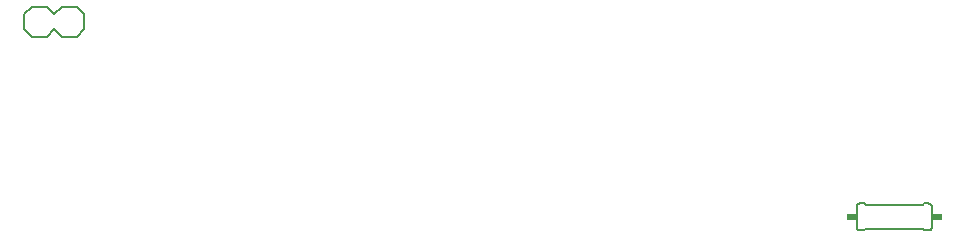
<source format=gbo>
G75*
%MOIN*%
%OFA0B0*%
%FSLAX25Y25*%
%IPPOS*%
%LPD*%
%AMOC8*
5,1,8,0,0,1.08239X$1,22.5*
%
%ADD10C,0.00800*%
%ADD11C,0.00600*%
%ADD12R,0.03400X0.02400*%
D10*
X0118750Y0156800D02*
X0123750Y0156800D01*
X0126250Y0159300D01*
X0128750Y0156800D01*
X0133750Y0156800D01*
X0136250Y0159300D01*
X0136250Y0164300D01*
X0133750Y0166800D01*
X0128750Y0166800D01*
X0126250Y0164300D01*
X0123750Y0166800D01*
X0118750Y0166800D01*
X0116250Y0164300D01*
X0116250Y0159300D01*
X0118750Y0156800D01*
D11*
X0393750Y0100300D02*
X0393750Y0093300D01*
X0393752Y0093240D01*
X0393757Y0093179D01*
X0393766Y0093120D01*
X0393779Y0093061D01*
X0393795Y0093002D01*
X0393815Y0092945D01*
X0393838Y0092890D01*
X0393865Y0092835D01*
X0393894Y0092783D01*
X0393927Y0092732D01*
X0393963Y0092683D01*
X0394001Y0092637D01*
X0394043Y0092593D01*
X0394087Y0092551D01*
X0394133Y0092513D01*
X0394182Y0092477D01*
X0394233Y0092444D01*
X0394285Y0092415D01*
X0394340Y0092388D01*
X0394395Y0092365D01*
X0394452Y0092345D01*
X0394511Y0092329D01*
X0394570Y0092316D01*
X0394629Y0092307D01*
X0394690Y0092302D01*
X0394750Y0092300D01*
X0396250Y0092300D01*
X0396750Y0092800D01*
X0415750Y0092800D01*
X0416250Y0092300D01*
X0417750Y0092300D01*
X0417810Y0092302D01*
X0417871Y0092307D01*
X0417930Y0092316D01*
X0417989Y0092329D01*
X0418048Y0092345D01*
X0418105Y0092365D01*
X0418160Y0092388D01*
X0418215Y0092415D01*
X0418267Y0092444D01*
X0418318Y0092477D01*
X0418367Y0092513D01*
X0418413Y0092551D01*
X0418457Y0092593D01*
X0418499Y0092637D01*
X0418537Y0092683D01*
X0418573Y0092732D01*
X0418606Y0092783D01*
X0418635Y0092835D01*
X0418662Y0092890D01*
X0418685Y0092945D01*
X0418705Y0093002D01*
X0418721Y0093061D01*
X0418734Y0093120D01*
X0418743Y0093179D01*
X0418748Y0093240D01*
X0418750Y0093300D01*
X0418750Y0100300D01*
X0418748Y0100360D01*
X0418743Y0100421D01*
X0418734Y0100480D01*
X0418721Y0100539D01*
X0418705Y0100598D01*
X0418685Y0100655D01*
X0418662Y0100710D01*
X0418635Y0100765D01*
X0418606Y0100817D01*
X0418573Y0100868D01*
X0418537Y0100917D01*
X0418499Y0100963D01*
X0418457Y0101007D01*
X0418413Y0101049D01*
X0418367Y0101087D01*
X0418318Y0101123D01*
X0418267Y0101156D01*
X0418215Y0101185D01*
X0418160Y0101212D01*
X0418105Y0101235D01*
X0418048Y0101255D01*
X0417989Y0101271D01*
X0417930Y0101284D01*
X0417871Y0101293D01*
X0417810Y0101298D01*
X0417750Y0101300D01*
X0416250Y0101300D01*
X0415750Y0100800D01*
X0396750Y0100800D01*
X0396250Y0101300D01*
X0394750Y0101300D01*
X0394690Y0101298D01*
X0394629Y0101293D01*
X0394570Y0101284D01*
X0394511Y0101271D01*
X0394452Y0101255D01*
X0394395Y0101235D01*
X0394340Y0101212D01*
X0394285Y0101185D01*
X0394233Y0101156D01*
X0394182Y0101123D01*
X0394133Y0101087D01*
X0394087Y0101049D01*
X0394043Y0101007D01*
X0394001Y0100963D01*
X0393963Y0100917D01*
X0393927Y0100868D01*
X0393894Y0100817D01*
X0393865Y0100765D01*
X0393838Y0100710D01*
X0393815Y0100655D01*
X0393795Y0100598D01*
X0393779Y0100539D01*
X0393766Y0100480D01*
X0393757Y0100421D01*
X0393752Y0100360D01*
X0393750Y0100300D01*
D12*
X0392050Y0096800D03*
X0420450Y0096800D03*
M02*

</source>
